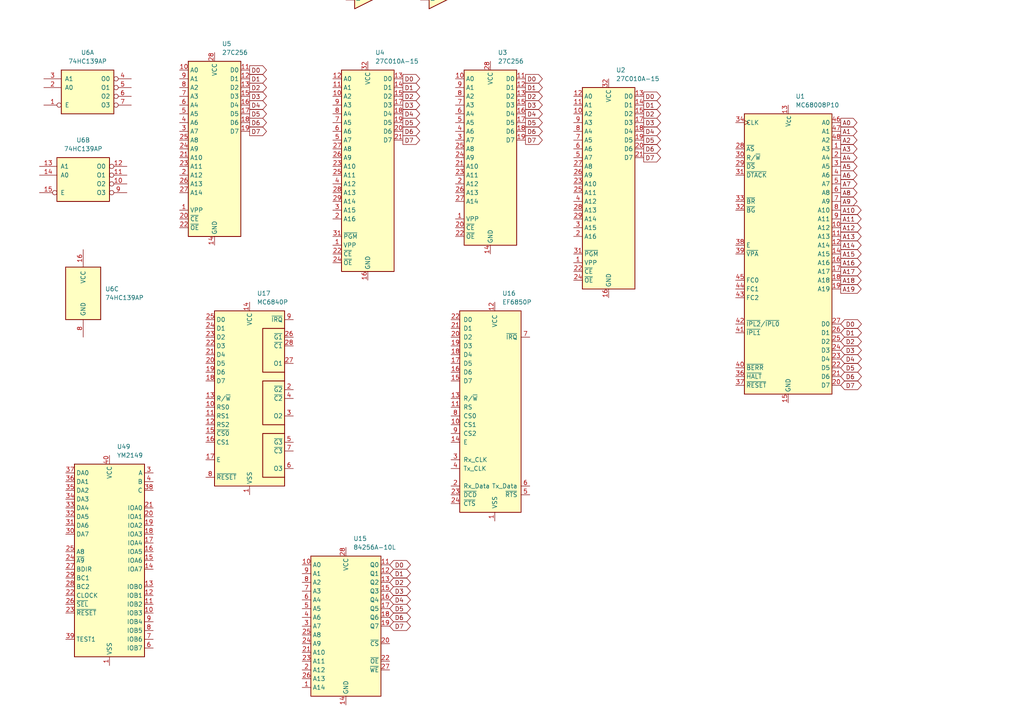
<source format=kicad_sch>
(kicad_sch (version 20250114) (generator "eeschema") (generator_version "9.0")
  (paper "A4")
  (lib_symbols
    (symbol "4xxx:4538"
      (property "Reference" "U" (at 0 11.43 0))
      (property "Value" "4538" (at 0 -11.43 0))
      (symbol "4538_1_0"
        (pin input clock (at -12.7 2.54 0) (length 5.08) (name "Clk+") (number "4"))
        (pin input inverted_clock (at -12.7 -2.54 0) (length 5.08) (name "Clk-") (number "5"))
        (pin input inverted (at -12.7 -7.62 0) (length 5.08) (name "R") (number "3"))
        (pin input line (at -5.08 15.24 270) (length 5.08) (name "Cx") (number "1"))
        (pin input line (at 5.08 15.24 270) (length 5.08) (name "RxCx") (number "2"))
        (pin output line (at 12.7 2.54 180) (length 5.08) (name "Q") (number "6"))
        (pin output line (at 12.7 -2.54 180) (length 5.08) (name "~{Q}") (number "7"))
      )
      (symbol "4538_1_1"
        (rectangle (start -7.62 10.16) (end 7.62 -10.16) (stroke (width 0.254)) (fill (type background)))
      )
      (symbol "4538_2_0"
        (pin input clock (at -12.7 2.54 0) (length 5.08) (name "Clk+") (number "12"))
        (pin input inverted_clock (at -12.7 -2.54 0) (length 5.08) (name "Clk-") (number "11"))
        (pin input inverted (at -12.7 -7.62 0) (length 5.08) (name "R") (number "13"))
        (pin input line (at -5.08 15.24 270) (length 5.08) (name "Cx") (number "15"))
        (pin input line (at 5.08 15.24 270) (length 5.08) (name "RxCx") (number "14"))
        (pin output line (at 12.7 2.54 180) (length 5.08) (name "Q") (number "10"))
        (pin output line (at 12.7 -2.54 180) (length 5.08) (name "~{Q}") (number "9"))
      )
      (symbol "4538_2_1"
        (rectangle (start -7.62 10.16) (end 7.62 -10.16) (stroke (width 0.254)) (fill (type background)))
      )
      (symbol "4538_3_0"
        (pin power_in line (at 0 15.24 270) (length 5.08) (name "VDD") (number "16"))
        (pin power_in line (at 0 -15.24 90) (length 5.08) (name "VSS") (number "8"))
      )
      (symbol "4538_3_1"
        (rectangle (start -7.62 10.16) (end 7.62 -10.16) (stroke (width 0.254)) (fill (type background)))
      )
    )
    (symbol "74xx:74HC02" (pin_names (offset 1.016))
      (property "Reference" "U" (at 0 1.27 0))
      (property "Value" "74HC02" (at 0 -1.27 0))
      (symbol "74HC02_1_1"
        (arc (start -3.81 3.81) (mid -2.589 0) (end -3.81 -3.81) (stroke (width 0.254)))
        (polyline (pts (xy -3.81 3.81) (xy -0.635 3.81)) (stroke (width 0.254)) (fill (type background)))
        (polyline (pts (xy -3.81 -3.81) (xy -0.635 -3.81)) (stroke (width 0.254)) (fill (type background)))
        (arc (start 3.81 0) (mid 2.1855 -2.584) (end -0.6096 -3.81) (stroke (width 0.254)) (fill (type background)))
        (arc (start -0.6096 3.81) (mid 2.1928 2.5924) (end 3.81 0) (stroke (width 0.254)) (fill (type background)))
        (polyline (pts (xy -0.635 3.81) (xy -3.81 3.81) (xy -3.81 3.81) (xy -3.556 3.4036) (xy -3.0226 2.2606) (xy -2.6924 1.0414) (xy -2.6162 -0.254) (xy -2.7686 -1.4986) (xy -3.175 -2.7178) (xy -3.81 -3.81) (xy -3.81 -3.81) (xy -0.635 -3.81)) (stroke (width -25.4)) (fill (type background)))
        (pin input line (at -7.62 2.54 0) (length 4.318) (name "~") (number "2"))
        (pin input line (at -7.62 -2.54 0) (length 4.318) (name "~") (number "3"))
        (pin output inverted (at 7.62 0 180) (length 3.81) (name "~") (number "1"))
      )
      (symbol "74HC02_1_2"
        (arc (start 0 3.81) (mid 3.7934 0) (end 0 -3.81) (stroke (width 0.254)) (fill (type background)))
        (polyline (pts (xy 0 3.81) (xy -3.81 3.81) (xy -3.81 -3.81) (xy 0 -3.81)) (stroke (width 0.254)) (fill (type background)))
        (pin input inverted (at -7.62 2.54 0) (length 3.81) (name "~") (number "2"))
        (pin input inverted (at -7.62 -2.54 0) (length 3.81) (name "~") (number "3"))
        (pin output line (at 7.62 0 180) (length 3.81) (name "~") (number "1"))
      )
      (symbol "74HC02_2_1"
        (arc (start -3.81 3.81) (mid -2.589 0) (end -3.81 -3.81) (stroke (width 0.254)))
        (polyline (pts (xy -3.81 3.81) (xy -0.635 3.81)) (stroke (width 0.254)) (fill (type background)))
        (polyline (pts (xy -3.81 -3.81) (xy -0.635 -3.81)) (stroke (width 0.254)) (fill (type background)))
        (arc (start 3.81 0) (mid 2.1855 -2.584) (end -0.6096 -3.81) (stroke (width 0.254)) (fill (type background)))
        (arc (start -0.6096 3.81) (mid 2.1928 2.5924) (end 3.81 0) (stroke (width 0.254)) (fill (type background)))
        (polyline (pts (xy -0.635 3.81) (xy -3.81 3.81) (xy -3.81 3.81) (xy -3.556 3.4036) (xy -3.0226 2.2606) (xy -2.6924 1.0414) (xy -2.6162 -0.254) (xy -2.7686 -1.4986) (xy -3.175 -2.7178) (xy -3.81 -3.81) (xy -3.81 -3.81) (xy -0.635 -3.81)) (stroke (width -25.4)) (fill (type background)))
        (pin input line (at -7.62 2.54 0) (length 4.318) (name "~") (number "5"))
        (pin input line (at -7.62 -2.54 0) (length 4.318) (name "~") (number "6"))
        (pin output inverted (at 7.62 0 180) (length 3.81) (name "~") (number "4"))
      )
      (symbol "74HC02_2_2"
        (arc (start 0 3.81) (mid 3.7934 0) (end 0 -3.81) (stroke (width 0.254)) (fill (type background)))
        (polyline (pts (xy 0 3.81) (xy -3.81 3.81) (xy -3.81 -3.81) (xy 0 -3.81)) (stroke (width 0.254)) (fill (type background)))
        (pin input inverted (at -7.62 2.54 0) (length 3.81) (name "~") (number "5"))
        (pin input inverted (at -7.62 -2.54 0) (length 3.81) (name "~") (number "6"))
        (pin output line (at 7.62 0 180) (length 3.81) (name "~") (number "4"))
      )
      (symbol "74HC02_3_1"
        (arc (start -3.81 3.81) (mid -2.589 0) (end -3.81 -3.81) (stroke (width 0.254)))
        (polyline (pts (xy -3.81 3.81) (xy -0.635 3.81)) (stroke (width 0.254)) (fill (type background)))
        (polyline (pts (xy -3.81 -3.81) (xy -0.635 -3.81)) (stroke (width 0.254)) (fill (type background)))
        (arc (start 3.81 0) (mid 2.1855 -2.584) (end -0.6096 -3.81) (stroke (width 0.254)) (fill (type background)))
        (arc (start -0.6096 3.81) (mid 2.1928 2.5924) (end 3.81 0) (stroke (width 0.254)) (fill (type background)))
        (polyline (pts (xy -0.635 3.81) (xy -3.81 3.81) (xy -3.81 3.81) (xy -3.556 3.4036) (xy -3.0226 2.2606) (xy -2.6924 1.0414) (xy -2.6162 -0.254) (xy -2.7686 -1.4986) (xy -3.175 -2.7178) (xy -3.81 -3.81) (xy -3.81 -3.81) (xy -0.635 -3.81)) (stroke (width -25.4)) (fill (type background)))
        (pin input line (at -7.62 2.54 0) (length 4.318) (name "~") (number "8"))
        (pin input line (at -7.62 -2.54 0) (length 4.318) (name "~") (number "9"))
        (pin output inverted (at 7.62 0 180) (length 3.81) (name "~") (number "10"))
      )
      (symbol "74HC02_3_2"
        (arc (start 0 3.81) (mid 3.7934 0) (end 0 -3.81) (stroke (width 0.254)) (fill (type background)))
        (polyline (pts (xy 0 3.81) (xy -3.81 3.81) (xy -3.81 -3.81) (xy 0 -3.81)) (stroke (width 0.254)) (fill (type background)))
        (pin input inverted (at -7.62 2.54 0) (length 3.81) (name "~") (number "8"))
        (pin input inverted (at -7.62 -2.54 0) (length 3.81) (name "~") (number "9"))
        (pin output line (at 7.62 0 180) (length 3.81) (name "~") (number "10"))
      )
      (symbol "74HC02_4_1"
        (arc (start -3.81 3.81) (mid -2.589 0) (end -3.81 -3.81) (stroke (width 0.254)))
        (polyline (pts (xy -3.81 3.81) (xy -0.635 3.81)) (stroke (width 0.254)) (fill (type background)))
        (polyline (pts (xy -3.81 -3.81) (xy -0.635 -3.81)) (stroke (width 0.254)) (fill (type background)))
        (arc (start 3.81 0) (mid 2.1855 -2.584) (end -0.6096 -3.81) (stroke (width 0.254)) (fill (type background)))
        (arc (start -0.6096 3.81) (mid 2.1928 2.5924) (end 3.81 0) (stroke (width 0.254)) (fill (type background)))
        (polyline (pts (xy -0.635 3.81) (xy -3.81 3.81) (xy -3.81 3.81) (xy -3.556 3.4036) (xy -3.0226 2.2606) (xy -2.6924 1.0414) (xy -2.6162 -0.254) (xy -2.7686 -1.4986) (xy -3.175 -2.7178) (xy -3.81 -3.81) (xy -3.81 -3.81) (xy -0.635 -3.81)) (stroke (width -25.4)) (fill (type background)))
        (pin input line (at -7.62 2.54 0) (length 4.318) (name "~") (number "11"))
        (pin input line (at -7.62 -2.54 0) (length 4.318) (name "~") (number "12"))
        (pin output inverted (at 7.62 0 180) (length 3.81) (name "~") (number "13"))
      )
      (symbol "74HC02_4_2"
        (arc (start 0 3.81) (mid 3.7934 0) (end 0 -3.81) (stroke (width 0.254)) (fill (type background)))
        (polyline (pts (xy 0 3.81) (xy -3.81 3.81) (xy -3.81 -3.81) (xy 0 -3.81)) (stroke (width 0.254)) (fill (type background)))
        (pin input inverted (at -7.62 2.54 0) (length 3.81) (name "~") (number "11"))
        (pin input inverted (at -7.62 -2.54 0) (length 3.81) (name "~") (number "12"))
        (pin output line (at 7.62 0 180) (length 3.81) (name "~") (number "13"))
      )
      (symbol "74HC02_5_0"
        (pin power_in line (at 0 12.7 270) (length 5.08) (name "VCC") (number "14"))
        (pin power_in line (at 0 -12.7 90) (length 5.08) (name "GND") (number "7"))
      )
      (symbol "74HC02_5_1"
        (rectangle (start -5.08 7.62) (end 5.08 -7.62) (stroke (width 0.254)) (fill (type background)))
      )
    )
    (symbol "74xx:74LS139" (pin_names (offset 1.016))
      (property "Reference" "U" (at -7.62 8.89 0))
      (property "Value" "74LS139" (at -7.62 -8.89 0))
      (symbol "74LS139_1_0"
        (pin input line (at -12.7 2.54 0) (length 5.08) (name "A1") (number "3"))
        (pin input line (at -12.7 0 0) (length 5.08) (name "A0") (number "2"))
        (pin input inverted (at -12.7 -5.08 0) (length 5.08) (name "E") (number "1"))
        (pin output inverted (at 12.7 2.54 180) (length 5.08) (name "O0") (number "4"))
        (pin output inverted (at 12.7 0 180) (length 5.08) (name "O1") (number "5"))
        (pin output inverted (at 12.7 -2.54 180) (length 5.08) (name "O2") (number "6"))
        (pin output inverted (at 12.7 -5.08 180) (length 5.08) (name "O3") (number "7"))
      )
      (symbol "74LS139_1_1"
        (rectangle (start -7.62 5.08) (end 7.62 -7.62) (stroke (width 0.254)) (fill (type background)))
      )
      (symbol "74LS139_2_0"
        (pin input line (at -12.7 2.54 0) (length 5.08) (name "A1") (number "13"))
        (pin input line (at -12.7 0 0) (length 5.08) (name "A0") (number "14"))
        (pin input inverted (at -12.7 -5.08 0) (length 5.08) (name "E") (number "15"))
        (pin output inverted (at 12.7 2.54 180) (length 5.08) (name "O0") (number "12"))
        (pin output inverted (at 12.7 0 180) (length 5.08) (name "O1") (number "11"))
        (pin output inverted (at 12.7 -2.54 180) (length 5.08) (name "O2") (number "10"))
        (pin output inverted (at 12.7 -5.08 180) (length 5.08) (name "O3") (number "9"))
      )
      (symbol "74LS139_2_1"
        (rectangle (start -7.62 5.08) (end 7.62 -7.62) (stroke (width 0.254)) (fill (type background)))
      )
      (symbol "74LS139_3_0"
        (pin power_in line (at 0 12.7 270) (length 5.08) (name "VCC") (number "16"))
        (pin power_in line (at 0 -12.7 90) (length 5.08) (name "GND") (number "8"))
      )
      (symbol "74LS139_3_1"
        (rectangle (start -5.08 7.62) (end 5.08 -7.62) (stroke (width 0.254)) (fill (type background)))
      )
    )
    (symbol "Audio:YM2149"
      (property "Reference" "U" (at -10.16 29.21 0))
      (property "Value" "YM2149" (at 3.81 29.21 0))
      (symbol "YM2149_0_1"
        (rectangle (start -10.16 27.94) (end 10.16 -27.94) (stroke (width 0.254)) (fill (type background)))
      )
      (symbol "YM2149_1_1"
        (pin bidirectional line (at -12.7 25.4 0) (length 2.54) (name "DA0") (number "37"))
        (pin bidirectional line (at -12.7 22.86 0) (length 2.54) (name "DA1") (number "36"))
        (pin bidirectional line (at -12.7 20.32 0) (length 2.54) (name "DA2") (number "35"))
        (pin bidirectional line (at -12.7 17.78 0) (length 2.54) (name "DA3") (number "34"))
        (pin bidirectional line (at -12.7 15.24 0) (length 2.54) (name "DA4") (number "33"))
        (pin bidirectional line (at -12.7 12.7 0) (length 2.54) (name "DA5") (number "32"))
        (pin bidirectional line (at -12.7 10.16 0) (length 2.54) (name "DA6") (number "31"))
        (pin bidirectional line (at -12.7 7.62 0) (length 2.54) (name "DA7") (number "30"))
        (pin input line (at -12.7 2.54 0) (length 2.54) (name "A8") (number "25"))
        (pin input line (at -12.7 0 0) (length 2.54) (name "~{A9}") (number "24"))
        (pin input line (at -12.7 -2.54 0) (length 2.54) (name "BDIR") (number "27"))
        (pin input line (at -12.7 -5.08 0) (length 2.54) (name "BC1") (number "29"))
        (pin input line (at -12.7 -7.62 0) (length 2.54) (name "BC2") (number "28"))
        (pin input line (at -12.7 -10.16 0) (length 2.54) (name "CLOCK") (number "22"))
        (pin input line (at -12.7 -12.7 0) (length 2.54) (name "~{SEL}") (number "26"))
        (pin input line (at -12.7 -15.24 0) (length 2.54) (name "~{RESET}") (number "23"))
        (pin passive line (at -12.7 -22.86 0) (length 2.54) (name "TEST1") (number "39"))
        (pin no_connect line (at -10.16 -17.78 0) (length 2.54) (hide yes) (name "NC") (number "2"))
        (pin no_connect line (at -10.16 -20.32 0) (length 2.54) (hide yes) (name "NC") (number "5"))
        (pin power_in line (at 0 30.48 270) (length 2.54) (name "VCC") (number "40"))
        (pin power_in line (at 0 -30.48 90) (length 2.54) (name "VSS") (number "1"))
        (pin output line (at 12.7 25.4 180) (length 2.54) (name "A") (number "3"))
        (pin output line (at 12.7 22.86 180) (length 2.54) (name "B") (number "4"))
        (pin output line (at 12.7 20.32 180) (length 2.54) (name "C") (number "38"))
        (pin bidirectional line (at 12.7 15.24 180) (length 2.54) (name "IOA0") (number "21"))
        (pin bidirectional line (at 12.7 12.7 180) (length 2.54) (name "IOA1") (number "20"))
        (pin bidirectional line (at 12.7 10.16 180) (length 2.54) (name "IOA2") (number "19"))
        (pin bidirectional line (at 12.7 7.62 180) (length 2.54) (name "IOA3") (number "18"))
        (pin bidirectional line (at 12.7 5.08 180) (length 2.54) (name "IOA4") (number "17"))
        (pin bidirectional line (at 12.7 2.54 180) (length 2.54) (name "IOA5") (number "16"))
        (pin bidirectional line (at 12.7 0 180) (length 2.54) (name "IOA6") (number "15"))
        (pin bidirectional line (at 12.7 -2.54 180) (length 2.54) (name "IOA7") (number "14"))
        (pin bidirectional line (at 12.7 -7.62 180) (length 2.54) (name "IOB0") (number "13"))
        (pin bidirectional line (at 12.7 -10.16 180) (length 2.54) (name "IOB1") (number "12"))
        (pin bidirectional line (at 12.7 -12.7 180) (length 2.54) (name "IOB2") (number "11"))
        (pin bidirectional line (at 12.7 -15.24 180) (length 2.54) (name "IOB3") (number "10"))
        (pin bidirectional line (at 12.7 -17.78 180) (length 2.54) (name "IOB4") (number "9"))
        (pin bidirectional line (at 12.7 -20.32 180) (length 2.54) (name "IOB5") (number "8"))
        (pin bidirectional line (at 12.7 -22.86 180) (length 2.54) (name "IOB6") (number "7"))
        (pin bidirectional line (at 12.7 -25.4 180) (length 2.54) (name "IOB7") (number "6"))
      )
    )
    (symbol "CPU_NXP_68000:MC68008P"
      (property "Reference" "U" (at -11.684 42.164 0))
      (property "Value" "MC68008P" (at 8.636 42.164 0))
      (symbol "MC68008P_0_1"
        (rectangle (start -12.7 40.64) (end 12.7 -40.64) (stroke (width 0.254)) (fill (type background)))
      )
      (symbol "MC68008P_1_1"
        (pin input clock (at -15.24 38.1 0) (length 2.54) (name "CLK") (number "34"))
        (pin tri_state line (at -15.24 30.48 0) (length 2.54) (name "~{AS}") (number "28"))
        (pin tri_state line (at -15.24 27.94 0) (length 2.54) (name "R/~{W}") (number "30"))
        (pin tri_state line (at -15.24 25.4 0) (length 2.54) (name "~{DS}") (number "29"))
        (pin input line (at -15.24 22.86 0) (length 2.54) (name "~{DTACK}") (number "31"))
        (pin input line (at -15.24 15.24 0) (length 2.54) (name "~{BR}") (number "33"))
        (pin output line (at -15.24 12.7 0) (length 2.54) (name "~{BG}") (number "32"))
        (pin output line (at -15.24 2.54 0) (length 2.54) (name "E") (number "38"))
        (pin input line (at -15.24 0 0) (length 2.54) (name "~{VPA}") (number "39"))
        (pin tri_state line (at -15.24 -7.62 0) (length 2.54) (name "FC0") (number "45"))
        (pin tri_state line (at -15.24 -10.16 0) (length 2.54) (name "FC1") (number "44"))
        (pin tri_state line (at -15.24 -12.7 0) (length 2.54) (name "FC2") (number "43"))
        (pin input line (at -15.24 -20.32 0) (length 2.54) (name "~{IPL2}/~{IPL0}") (number "42"))
        (pin input line (at -15.24 -22.86 0) (length 2.54) (name "~{IPL1}") (number "41"))
        (pin input line (at -15.24 -33.02 0) (length 2.54) (name "~{BERR}") (number "40"))
        (pin bidirectional line (at -15.24 -35.56 0) (length 2.54) (name "~{HALT}") (number "36"))
        (pin bidirectional line (at -15.24 -38.1 0) (length 2.54) (name "~{RESET}") (number "37"))
        (pin power_in line (at 0 43.18 270) (length 2.54) (name "V_{CC}") (number "13"))
        (pin power_in line (at 0 -43.18 90) (length 2.54) (name "GND") (number "15"))
        (pin passive line (at 0 -43.18 90) (length 2.54) (hide yes) (name "GND") (number "35"))
        (pin tri_state line (at 15.24 38.1 180) (length 2.54) (name "A0") (number "46"))
        (pin tri_state line (at 15.24 35.56 180) (length 2.54) (name "A1") (number "47"))
        (pin tri_state line (at 15.24 33.02 180) (length 2.54) (name "A2") (number "48"))
        (pin tri_state line (at 15.24 30.48 180) (length 2.54) (name "A3") (number "1"))
        (pin tri_state line (at 15.24 27.94 180) (length 2.54) (name "A4") (number "2"))
        (pin tri_state line (at 15.24 25.4 180) (length 2.54) (name "A5") (number "3"))
        (pin tri_state line (at 15.24 22.86 180) (length 2.54) (name "A6") (number "4"))
        (pin tri_state line (at 15.24 20.32 180) (length 2.54) (name "A7") (number "5"))
        (pin tri_state line (at 15.24 17.78 180) (length 2.54) (name "A8") (number "6"))
        (pin tri_state line (at 15.24 15.24 180) (length 2.54) (name "A9") (number "7"))
        (pin tri_state line (at 15.24 12.7 180) (length 2.54) (name "A10") (number "8"))
        (pin tri_state line (at 15.24 10.16 180) (length 2.54) (name "A11") (number "9"))
        (pin tri_state line (at 15.24 7.62 180) (length 2.54) (name "A12") (number "10"))
        (pin tri_state line (at 15.24 5.08 180) (length 2.54) (name "A13") (number "11"))
        (pin tri_state line (at 15.24 2.54 180) (length 2.54) (name "A14") (number "12"))
        (pin tri_state line (at 15.24 0 180) (length 2.54) (name "A15") (number "14"))
        (pin tri_state line (at 15.24 -2.54 180) (length 2.54) (name "A16") (number "16"))
        (pin tri_state line (at 15.24 -5.08 180) (length 2.54) (name "A17") (number "17"))
        (pin tri_state line (at 15.24 -7.62 180) (length 2.54) (name "A18") (number "18"))
        (pin tri_state line (at 15.24 -10.16 180) (length 2.54) (name "A19") (number "19"))
        (pin bidirectional line (at 15.24 -20.32 180) (length 2.54) (name "D0") (number "27"))
        (pin bidirectional line (at 15.24 -22.86 180) (length 2.54) (name "D1") (number "26"))
        (pin bidirectional line (at 15.24 -25.4 180) (length 2.54) (name "D2") (number "25"))
        (pin bidirectional line (at 15.24 -27.94 180) (length 2.54) (name "D3") (number "24"))
        (pin bidirectional line (at 15.24 -30.48 180) (length 2.54) (name "D4") (number "23"))
        (pin bidirectional line (at 15.24 -33.02 180) (length 2.54) (name "D5") (number "22"))
        (pin bidirectional line (at 15.24 -35.56 180) (length 2.54) (name "D6") (number "21"))
        (pin bidirectional line (at 15.24 -38.1 180) (length 2.54) (name "D7") (number "20"))
      )
    )
    (symbol "Comparator:LM339" (pin_names (offset 0.127))
      (property "Reference" "U" (at 0 5.08 0))
      (property "Value" "LM339" (at 0 -5.08 0))
      (symbol "LM339_1_1"
        (polyline (pts (xy -5.08 5.08) (xy 5.08 0) (xy -5.08 -5.08) (xy -5.08 5.08)) (stroke (width 0.254)) (fill (type background)))
        (polyline (pts (xy 3.302 -0.508) (xy 2.794 -0.508) (xy 3.302 0) (xy 2.794 0.508) (xy 2.286 0) (xy 2.794 -0.508) (xy 2.286 -0.508)) (stroke (width 0.127)))
        (pin input line (at -7.62 2.54 0) (length 2.54) (name "+") (number "5"))
        (pin input line (at -7.62 -2.54 0) (length 2.54) (name "-") (number "4"))
        (pin open_collector line (at 7.62 0 180) (length 2.54) (name "~") (number "2"))
      )
      (symbol "LM339_2_1"
        (polyline (pts (xy -5.08 5.08) (xy 5.08 0) (xy -5.08 -5.08) (xy -5.08 5.08)) (stroke (width 0.254)) (fill (type background)))
        (polyline (pts (xy 3.302 -0.508) (xy 2.794 -0.508) (xy 3.302 0) (xy 2.794 0.508) (xy 2.286 0) (xy 2.794 -0.508) (xy 2.286 -0.508)) (stroke (width 0.127)))
        (pin input line (at -7.62 2.54 0) (length 2.54) (name "+") (number "7"))
        (pin input line (at -7.62 -2.54 0) (length 2.54) (name "-") (number "6"))
        (pin open_collector line (at 7.62 0 180) (length 2.54) (name "~") (number "1"))
      )
      (symbol "LM339_3_1"
        (polyline (pts (xy -5.08 5.08) (xy 5.08 0) (xy -5.08 -5.08) (xy -5.08 5.08)) (stroke (width 0.254)) (fill (type background)))
        (polyline (pts (xy 3.302 -0.508) (xy 2.794 -0.508) (xy 3.302 0) (xy 2.794 0.508) (xy 2.286 0) (xy 2.794 -0.508) (xy 2.286 -0.508)) (stroke (width 0.127)))
        (pin input line (at -7.62 2.54 0) (length 2.54) (name "+") (number "11"))
        (pin input line (at -7.62 -2.54 0) (length 2.54) (name "-") (number "10"))
        (pin open_collector line (at 7.62 0 180) (length 2.54) (name "~") (number "13"))
      )
      (symbol "LM339_4_1"
        (polyline (pts (xy -5.08 5.08) (xy 5.08 0) (xy -5.08 -5.08) (xy -5.08 5.08)) (stroke (width 0.254)) (fill (type background)))
        (polyline (pts (xy 3.302 -0.508) (xy 2.794 -0.508) (xy 3.302 0) (xy 2.794 0.508) (xy 2.286 0) (xy 2.794 -0.508) (xy 2.286 -0.508)) (stroke (width 0.127)))
        (pin input line (at -7.62 2.54 0) (length 2.54) (name "+") (number "9"))
        (pin input line (at -7.62 -2.54 0) (length 2.54) (name "-") (number "8"))
        (pin open_collector line (at 7.62 0 180) (length 2.54) (name "~") (number "14"))
      )
      (symbol "LM339_5_1"
        (pin power_in line (at -2.54 7.62 270) (length 3.81) (name "V+") (number "3"))
        (pin power_in line (at -2.54 -7.62 90) (length 3.81) (name "V-") (number "12"))
      )
    )
    (symbol "Interface:MC6840"
      (property "Reference" "U" (at -2.54 28.575 0))
      (property "Value" "MC6840" (at -2.54 26.67 0))
      (symbol "MC6840_0_1"
        (rectangle (start -10.16 25.4) (end 10.16 -25.4) (stroke (width 0.254)) (fill (type background)))
        (polyline (pts (xy 10.16 20.32) (xy 3.81 20.32) (xy 3.81 7.62) (xy 10.16 7.62)) (stroke (width 0.254)))
        (polyline (pts (xy 10.16 5.08) (xy 3.81 5.08) (xy 3.81 -7.62) (xy 10.16 -7.62)) (stroke (width 0.254)))
        (polyline (pts (xy 10.16 -10.16) (xy 3.81 -10.16) (xy 3.81 -22.86) (xy 10.16 -22.86)) (stroke (width 0.254)))
      )
      (symbol "MC6840_1_1"
        (pin input line (at -12.7 22.86 0) (length 2.54) (name "D0") (number "25"))
        (pin input line (at -12.7 20.32 0) (length 2.54) (name "D1") (number "24"))
        (pin input line (at -12.7 17.78 0) (length 2.54) (name "D2") (number "23"))
        (pin input line (at -12.7 15.24 0) (length 2.54) (name "D3") (number "22"))
        (pin input line (at -12.7 12.7 0) (length 2.54) (name "D4") (number "21"))
        (pin input line (at -12.7 10.16 0) (length 2.54) (name "D5") (number "20"))
        (pin input line (at -12.7 7.62 0) (length 2.54) (name "D6") (number "19"))
        (pin input line (at -12.7 5.08 0) (length 2.54) (name "D7") (number "18"))
        (pin input line (at -12.7 0 0) (length 2.54) (name "R/~{W}") (number "13"))
        (pin input line (at -12.7 -2.54 0) (length 2.54) (name "RS0") (number "10"))
        (pin input line (at -12.7 -5.08 0) (length 2.54) (name "RS1") (number "11"))
        (pin input line (at -12.7 -7.62 0) (length 2.54) (name "RS2") (number "12"))
        (pin input line (at -12.7 -10.16 0) (length 2.54) (name "~{CS0}") (number "15"))
        (pin input line (at -12.7 -12.7 0) (length 2.54) (name "CS1") (number "16"))
        (pin input line (at -12.7 -17.78 0) (length 2.54) (name "E") (number "17"))
        (pin input line (at -12.7 -22.86 0) (length 2.54) (name "~{RESET}") (number "8"))
        (pin power_in line (at 0 27.94 270) (length 2.54) (name "VCC") (number "14"))
        (pin power_in line (at 0 -27.94 90) (length 2.54) (name "VSS") (number "1"))
        (pin output line (at 12.7 22.86 180) (length 2.54) (name "~{IRQ}") (number "9"))
        (pin input line (at 12.7 17.78 180) (length 2.54) (name "~{G1}") (number "26"))
        (pin input line (at 12.7 15.24 180) (length 2.54) (name "~{C1}") (number "28"))
        (pin output line (at 12.7 10.16 180) (length 2.54) (name "O1") (number "27"))
        (pin input line (at 12.7 2.54 180) (length 2.54) (name "~{G2}") (number "2"))
        (pin input line (at 12.7 0 180) (length 2.54) (name "~{C2}") (number "4"))
        (pin output line (at 12.7 -5.08 180) (length 2.54) (name "O2") (number "3"))
        (pin input line (at 12.7 -12.7 180) (length 2.54) (name "~{G3}") (number "5"))
        (pin input line (at 12.7 -15.24 180) (length 2.54) (name "~{C3}") (number "7"))
        (pin output line (at 12.7 -20.32 180) (length 2.54) (name "O3") (number "6"))
      )
    )
    (symbol "Interface_UART:MC6850" (pin_names (offset 1.016))
      (property "Reference" "U" (at -7.366 31.75 0))
      (property "Value" "MC6850" (at 10.414 31.75 0))
      (symbol "MC6850_1_1"
        (rectangle (start -10.16 -27.94) (end 7.62 30.48) (stroke (width 0.254)) (fill (type background)))
        (pin bidirectional line (at -12.7 27.94 0) (length 2.54) (name "D0") (number "22"))
        (pin bidirectional line (at -12.7 25.4 0) (length 2.54) (name "D1") (number "21"))
        (pin bidirectional line (at -12.7 22.86 0) (length 2.54) (name "D2") (number "20"))
        (pin bidirectional line (at -12.7 20.32 0) (length 2.54) (name "D3") (number "19"))
        (pin bidirectional line (at -12.7 17.78 0) (length 2.54) (name "D4") (number "18"))
        (pin bidirectional line (at -12.7 15.24 0) (length 2.54) (name "D5") (number "17"))
        (pin bidirectional line (at -12.7 12.7 0) (length 2.54) (name "D6") (number "16"))
        (pin bidirectional line (at -12.7 10.16 0) (length 2.54) (name "D7") (number "15"))
        (pin input line (at -12.7 5.08 0) (length 2.54) (name "R/~{W}") (number "13"))
        (pin input line (at -12.7 2.54 0) (length 2.54) (name "RS") (number "11"))
        (pin input line (at -12.7 0 0) (length 2.54) (name "CS0") (number "8"))
        (pin input line (at -12.7 -2.54 0) (length 2.54) (name "CS1") (number "10"))
        (pin input line (at -12.7 -5.08 0) (length 2.54) (name "CS2") (number "9"))
        (pin input line (at -12.7 -7.62 0) (length 2.54) (name "E") (number "14"))
        (pin input line (at -12.7 -12.7 0) (length 2.54) (name "Rx_CLK") (number "3"))
        (pin input line (at -12.7 -15.24 0) (length 2.54) (name "Tx_CLK") (number "4"))
        (pin input line (at -12.7 -20.32 0) (length 2.54) (name "Rx_Data") (number "2"))
        (pin input line (at -12.7 -22.86 0) (length 2.54) (name "~{DCD}") (number "23"))
        (pin input line (at -12.7 -25.4 0) (length 2.54) (name "~{CTS}") (number "24"))
        (pin power_in line (at 0 33.02 270) (length 2.54) (name "VCC") (number "12"))
        (pin power_in line (at 0 -30.48 90) (length 2.54) (name "VSS") (number "1"))
        (pin output line (at 10.16 22.86 180) (length 2.54) (name "~{IRQ}") (number "7"))
        (pin output line (at 10.16 -20.32 180) (length 2.54) (name "Tx_Data") (number "6"))
        (pin output line (at 10.16 -22.86 180) (length 2.54) (name "~{RTS}") (number "5"))
      )
    )
    (symbol "Memory_EPROM:27C010"
      (property "Reference" "U" (at -7.62 29.21 0))
      (property "Value" "27C010" (at 2.54 -31.75 0))
      (symbol "27C010_1_1"
        (rectangle (start -7.62 27.94) (end 7.62 -30.48) (stroke (width 0.254)) (fill (type background)))
        (pin input line (at -10.16 25.4 0) (length 2.54) (name "A0") (number "12"))
        (pin input line (at -10.16 22.86 0) (length 2.54) (name "A1") (number "11"))
        (pin input line (at -10.16 20.32 0) (length 2.54) (name "A2") (number "10"))
        (pin input line (at -10.16 17.78 0) (length 2.54) (name "A3") (number "9"))
        (pin input line (at -10.16 15.24 0) (length 2.54) (name "A4") (number "8"))
        (pin input line (at -10.16 12.7 0) (length 2.54) (name "A5") (number "7"))
        (pin input line (at -10.16 10.16 0) (length 2.54) (name "A6") (number "6"))
        (pin input line (at -10.16 7.62 0) (length 2.54) (name "A7") (number "5"))
        (pin input line (at -10.16 5.08 0) (length 2.54) (name "A8") (number "27"))
        (pin input line (at -10.16 2.54 0) (length 2.54) (name "A9") (number "26"))
        (pin input line (at -10.16 0 0) (length 2.54) (name "A10") (number "23"))
        (pin input line (at -10.16 -2.54 0) (length 2.54) (name "A11") (number "25"))
        (pin input line (at -10.16 -5.08 0) (length 2.54) (name "A12") (number "4"))
        (pin input line (at -10.16 -7.62 0) (length 2.54) (name "A13") (number "28"))
        (pin input line (at -10.16 -10.16 0) (length 2.54) (name "A14") (number "29"))
        (pin input line (at -10.16 -12.7 0) (length 2.54) (name "A15") (number "3"))
        (pin input line (at -10.16 -15.24 0) (length 2.54) (name "A16") (number "2"))
        (pin input line (at -10.16 -20.32 0) (length 2.54) (name "~{PGM}") (number "31"))
        (pin input line (at -10.16 -22.86 0) (length 2.54) (name "VPP") (number "1"))
        (pin input line (at -10.16 -25.4 0) (length 2.54) (name "~{CE}") (number "22"))
        (pin input line (at -10.16 -27.94 0) (length 2.54) (name "~{OE}") (number "24"))
        (pin power_in line (at 0 30.48 270) (length 2.54) (name "VCC") (number "32"))
        (pin power_in line (at 0 -33.02 90) (length 2.54) (name "GND") (number "16"))
        (pin tri_state line (at 10.16 25.4 180) (length 2.54) (name "D0") (number "13"))
        (pin tri_state line (at 10.16 22.86 180) (length 2.54) (name "D1") (number "14"))
        (pin tri_state line (at 10.16 20.32 180) (length 2.54) (name "D2") (number "15"))
        (pin tri_state line (at 10.16 17.78 180) (length 2.54) (name "D3") (number "17"))
        (pin tri_state line (at 10.16 15.24 180) (length 2.54) (name "D4") (number "18"))
        (pin tri_state line (at 10.16 12.7 180) (length 2.54) (name "D5") (number "19"))
        (pin tri_state line (at 10.16 10.16 180) (length 2.54) (name "D6") (number "20"))
        (pin tri_state line (at 10.16 7.62 180) (length 2.54) (name "D7") (number "21"))
      )
    )
    (symbol "Memory_EPROM:27C256"
      (property "Reference" "U" (at -7.62 26.67 0))
      (property "Value" "27C256" (at 2.54 -26.67 0))
      (symbol "27C256_1_1"
        (rectangle (start -7.62 25.4) (end 7.62 -25.4) (stroke (width 0.254)) (fill (type background)))
        (pin input line (at -10.16 22.86 0) (length 2.54) (name "A0") (number "10"))
        (pin input line (at -10.16 20.32 0) (length 2.54) (name "A1") (number "9"))
        (pin input line (at -10.16 17.78 0) (length 2.54) (name "A2") (number "8"))
        (pin input line (at -10.16 15.24 0) (length 2.54) (name "A3") (number "7"))
        (pin input line (at -10.16 12.7 0) (length 2.54) (name "A4") (number "6"))
        (pin input line (at -10.16 10.16 0) (length 2.54) (name "A5") (number "5"))
        (pin input line (at -10.16 7.62 0) (length 2.54) (name "A6") (number "4"))
        (pin input line (at -10.16 5.08 0) (length 2.54) (name "A7") (number "3"))
        (pin input line (at -10.16 2.54 0) (length 2.54) (name "A8") (number "25"))
        (pin input line (at -10.16 0 0) (length 2.54) (name "A9") (number "24"))
        (pin input line (at -10.16 -2.54 0) (length 2.54) (name "A10") (number "21"))
        (pin input line (at -10.16 -5.08 0) (length 2.54) (name "A11") (number "23"))
        (pin input line (at -10.16 -7.62 0) (length 2.54) (name "A12") (number "2"))
        (pin input line (at -10.16 -10.16 0) (length 2.54) (name "A13") (number "26"))
        (pin input line (at -10.16 -12.7 0) (length 2.54) (name "A14") (number "27"))
        (pin input line (at -10.16 -17.78 0) (length 2.54) (name "VPP") (number "1"))
        (pin input line (at -10.16 -20.32 0) (length 2.54) (name "~{CE}") (number "20"))
        (pin input line (at -10.16 -22.86 0) (length 2.54) (name "~{OE}") (number "22"))
        (pin power_in line (at 0 27.94 270) (length 2.54) (name "VCC") (number "28"))
        (pin power_in line (at 0 -27.94 90) (length 2.54) (name "GND") (number "14"))
        (pin tri_state line (at 10.16 22.86 180) (length 2.54) (name "D0") (number "11"))
        (pin tri_state line (at 10.16 20.32 180) (length 2.54) (name "D1") (number "12"))
        (pin tri_state line (at 10.16 17.78 180) (length 2.54) (name "D2") (number "13"))
        (pin tri_state line (at 10.16 15.24 180) (length 2.54) (name "D3") (number "15"))
        (pin tri_state line (at 10.16 12.7 180) (length 2.54) (name "D4") (number "16"))
        (pin tri_state line (at 10.16 10.16 180) (length 2.54) (name "D5") (number "17"))
        (pin tri_state line (at 10.16 7.62 180) (length 2.54) (name "D6") (number "18"))
        (pin tri_state line (at 10.16 5.08 180) (length 2.54) (name "D7") (number "19"))
      )
    )
    (symbol "Memory_RAM:KM62256CLP"
      (property "Reference" "U" (at -10.16 20.955 0))
      (property "Value" "KM62256CLP" (at 2.54 20.955 0))
      (symbol "KM62256CLP_0_0"
        (pin power_in line (at 0 22.86 270) (length 2.54) (name "VCC") (number "28"))
        (pin power_in line (at 0 -22.86 90) (length 2.54) (name "GND") (number "14"))
      )
      (symbol "KM62256CLP_0_1"
        (rectangle (start -10.16 20.32) (end 10.16 -20.32) (stroke (width 0.254)) (fill (type background)))
      )
      (symbol "KM62256CLP_1_1"
        (pin input line (at -12.7 17.78 0) (length 2.54) (name "A0") (number "10"))
        (pin input line (at -12.7 15.24 0) (length 2.54) (name "A1") (number "9"))
        (pin input line (at -12.7 12.7 0) (length 2.54) (name "A2") (number "8"))
        (pin input line (at -12.7 10.16 0) (length 2.54) (name "A3") (number "7"))
        (pin input line (at -12.7 7.62 0) (length 2.54) (name "A4") (number "6"))
        (pin input line (at -12.7 5.08 0) (length 2.54) (name "A5") (number "5"))
        (pin input line (at -12.7 2.54 0) (length 2.54) (name "A6") (number "4"))
        (pin input line (at -12.7 0 0) (length 2.54) (name "A7") (number "3"))
        (pin input line (at -12.7 -2.54 0) (length 2.54) (name "A8") (number "25"))
        (pin input line (at -12.7 -5.08 0) (length 2.54) (name "A9") (number "24"))
        (pin input line (at -12.7 -7.62 0) (length 2.54) (name "A10") (number "21"))
        (pin input line (at -12.7 -10.16 0) (length 2.54) (name "A11") (number "23"))
        (pin input line (at -12.7 -12.7 0) (length 2.54) (name "A12") (number "2"))
        (pin input line (at -12.7 -15.24 0) (length 2.54) (name "A13") (number "26"))
        (pin input line (at -12.7 -17.78 0) (length 2.54) (name "A14") (number "1"))
        (pin tri_state line (at 12.7 17.78 180) (length 2.54) (name "Q0") (number "11"))
        (pin tri_state line (at 12.7 15.24 180) (length 2.54) (name "Q1") (number "12"))
        (pin tri_state line (at 12.7 12.7 180) (length 2.54) (name "Q2") (number "13"))
        (pin tri_state line (at 12.7 10.16 180) (length 2.54) (name "Q3") (number "15"))
        (pin tri_state line (at 12.7 7.62 180) (length 2.54) (name "Q4") (number "16"))
        (pin tri_state line (at 12.7 5.08 180) (length 2.54) (name "Q5") (number "17"))
        (pin tri_state line (at 12.7 2.54 180) (length 2.54) (name "Q6") (number "18"))
        (pin tri_state line (at 12.7 0 180) (length 2.54) (name "Q7") (number "19"))
        (pin input line (at 12.7 -5.08 180) (length 2.54) (name "~{CS}") (number "20"))
        (pin input line (at 12.7 -10.16 180) (length 2.54) (name "~{OE}") (number "22"))
        (pin input line (at 12.7 -12.7 180) (length 2.54) (name "~{WE}") (number "27"))
      )
    )
  )
  (global_label "D4" (shape output) (at 186.69 38.1 0) (property "Intersheetrefs" "${INTERSHEET_REFS}" (effects (hide yes))))
  (global_label "D7" (shape bidirectional) (at 243.84 111.76 0) (property "Intersheetrefs" "${INTERSHEET_REFS}" (effects (hide yes))))
  (global_label "A18" (shape output) (at 243.84 81.28 0) (property "Intersheetrefs" "${INTERSHEET_REFS}" (effects (hide yes))))
  (global_label "A9" (shape output) (at 243.84 58.42 0) (property "Intersheetrefs" "${INTERSHEET_REFS}" (effects (hide yes))))
  (global_label "A15" (shape output) (at 243.84 73.66 0) (property "Intersheetrefs" "${INTERSHEET_REFS}" (effects (hide yes))))
  (global_label "D3" (shape output) (at 152.4 30.48 0) (property "Intersheetrefs" "${INTERSHEET_REFS}" (effects (hide yes))))
  (global_label "D2" (shape bidirectional) (at 113.03 168.91 0) (property "Intersheetrefs" "${INTERSHEET_REFS}" (effects (hide yes))))
  (global_label "D4" (shape bidirectional) (at 113.03 173.99 0) (property "Intersheetrefs" "${INTERSHEET_REFS}" (effects (hide yes))))
  (global_label "A11" (shape output) (at 243.84 63.5 0) (property "Intersheetrefs" "${INTERSHEET_REFS}" (effects (hide yes))))
  (global_label "A19" (shape output) (at 243.84 83.82 0) (property "Intersheetrefs" "${INTERSHEET_REFS}" (effects (hide yes))))
  (global_label "D5" (shape output) (at 116.84 35.56 0) (property "Intersheetrefs" "${INTERSHEET_REFS}" (effects (hide yes))))
  (global_label "A6" (shape output) (at 243.84 50.8 0) (property "Intersheetrefs" "${INTERSHEET_REFS}" (effects (hide yes))))
  (global_label "D1" (shape output) (at 186.69 30.48 0) (property "Intersheetrefs" "${INTERSHEET_REFS}" (effects (hide yes))))
  (global_label "A14" (shape output) (at 243.84 71.12 0) (property "Intersheetrefs" "${INTERSHEET_REFS}" (effects (hide yes))))
  (global_label "D0" (shape bidirectional) (at 113.03 163.83 0) (property "Intersheetrefs" "${INTERSHEET_REFS}" (effects (hide yes))))
  (global_label "A3" (shape output) (at 243.84 43.18 0) (property "Intersheetrefs" "${INTERSHEET_REFS}" (effects (hide yes))))
  (global_label "D4" (shape bidirectional) (at 243.84 104.14 0) (property "Intersheetrefs" "${INTERSHEET_REFS}" (effects (hide yes))))
  (global_label "D5" (shape output) (at 72.39 33.02 0) (property "Intersheetrefs" "${INTERSHEET_REFS}" (effects (hide yes))))
  (global_label "A7" (shape output) (at 243.84 53.34 0) (property "Intersheetrefs" "${INTERSHEET_REFS}" (effects (hide yes))))
  (global_label "D7" (shape output) (at 116.84 40.64 0) (property "Intersheetrefs" "${INTERSHEET_REFS}" (effects (hide yes))))
  (global_label "D7" (shape bidirectional) (at 113.03 181.61 0) (property "Intersheetrefs" "${INTERSHEET_REFS}" (effects (hide yes))))
  (global_label "D4" (shape output) (at 152.4 33.02 0) (property "Intersheetrefs" "${INTERSHEET_REFS}" (effects (hide yes))))
  (global_label "D0" (shape bidirectional) (at 243.84 93.98 0) (property "Intersheetrefs" "${INTERSHEET_REFS}" (effects (hide yes))))
  (global_label "D6" (shape output) (at 152.4 38.1 0) (property "Intersheetrefs" "${INTERSHEET_REFS}" (effects (hide yes))))
  (global_label "D0" (shape output) (at 116.84 22.86 0) (property "Intersheetrefs" "${INTERSHEET_REFS}" (effects (hide yes))))
  (global_label "D3" (shape output) (at 116.84 30.48 0) (property "Intersheetrefs" "${INTERSHEET_REFS}" (effects (hide yes))))
  (global_label "D7" (shape output) (at 72.39 38.1 0) (property "Intersheetrefs" "${INTERSHEET_REFS}" (effects (hide yes))))
  (global_label "A13" (shape output) (at 243.84 68.58 0) (property "Intersheetrefs" "${INTERSHEET_REFS}" (effects (hide yes))))
  (global_label "A4" (shape output) (at 243.84 45.72 0) (property "Intersheetrefs" "${INTERSHEET_REFS}" (effects (hide yes))))
  (global_label "A8" (shape output) (at 243.84 55.88 0) (property "Intersheetrefs" "${INTERSHEET_REFS}" (effects (hide yes))))
  (global_label "D6" (shape output) (at 72.39 35.56 0) (property "Intersheetrefs" "${INTERSHEET_REFS}" (effects (hide yes))))
  (global_label "D5" (shape output) (at 152.4 35.56 0) (property "Intersheetrefs" "${INTERSHEET_REFS}" (effects (hide yes))))
  (global_label "A2" (shape output) (at 243.84 40.64 0) (property "Intersheetrefs" "${INTERSHEET_REFS}" (effects (hide yes))))
  (global_label "D4" (shape output) (at 72.39 30.48 0) (property "Intersheetrefs" "${INTERSHEET_REFS}" (effects (hide yes))))
  (global_label "D2" (shape bidirectional) (at 243.84 99.06 0) (property "Intersheetrefs" "${INTERSHEET_REFS}" (effects (hide yes))))
  (global_label "A1" (shape output) (at 243.84 38.1 0) (property "Intersheetrefs" "${INTERSHEET_REFS}" (effects (hide yes))))
  (global_label "D2" (shape output) (at 186.69 33.02 0) (property "Intersheetrefs" "${INTERSHEET_REFS}" (effects (hide yes))))
  (global_label "D2" (shape output) (at 152.4 27.94 0) (property "Intersheetrefs" "${INTERSHEET_REFS}" (effects (hide yes))))
  (global_label "D5" (shape output) (at 186.69 40.64 0) (property "Intersheetrefs" "${INTERSHEET_REFS}" (effects (hide yes))))
  (global_label "D1" (shape output) (at 116.84 25.4 0) (property "Intersheetrefs" "${INTERSHEET_REFS}" (effects (hide yes))))
  (global_label "D3" (shape bidirectional) (at 243.84 101.6 0) (property "Intersheetrefs" "${INTERSHEET_REFS}" (effects (hide yes))))
  (global_label "A0" (shape output) (at 243.84 35.56 0) (property "Intersheetrefs" "${INTERSHEET_REFS}" (effects (hide yes))))
  (global_label "D7" (shape output) (at 186.69 45.72 0) (property "Intersheetrefs" "${INTERSHEET_REFS}" (effects (hide yes))))
  (global_label "D2" (shape output) (at 72.39 25.4 0) (property "Intersheetrefs" "${INTERSHEET_REFS}" (effects (hide yes))))
  (global_label "A16" (shape output) (at 243.84 76.2 0) (property "Intersheetrefs" "${INTERSHEET_REFS}" (effects (hide yes))))
  (global_label "D5" (shape bidirectional) (at 113.03 176.53 0) (property "Intersheetrefs" "${INTERSHEET_REFS}" (effects (hide yes))))
  (global_label "D0" (shape output) (at 152.4 22.86 0) (property "Intersheetrefs" "${INTERSHEET_REFS}" (effects (hide yes))))
  (global_label "D0" (shape output) (at 72.39 20.32 0) (property "Intersheetrefs" "${INTERSHEET_REFS}" (effects (hide yes))))
  (global_label "D3" (shape output) (at 72.39 27.94 0) (property "Intersheetrefs" "${INTERSHEET_REFS}" (effects (hide yes))))
  (global_label "D2" (shape output) (at 116.84 27.94 0) (property "Intersheetrefs" "${INTERSHEET_REFS}" (effects (hide yes))))
  (global_label "A10" (shape output) (at 243.84 60.96 0) (property "Intersheetrefs" "${INTERSHEET_REFS}" (effects (hide yes))))
  (global_label "D1" (shape output) (at 72.39 22.86 0) (property "Intersheetrefs" "${INTERSHEET_REFS}" (effects (hide yes))))
  (global_label "D0" (shape output) (at 186.69 27.94 0) (property "Intersheetrefs" "${INTERSHEET_REFS}" (effects (hide yes))))
  (global_label "D6" (shape output) (at 186.69 43.18 0) (property "Intersheetrefs" "${INTERSHEET_REFS}" (effects (hide yes))))
  (global_label "D6" (shape bidirectional) (at 113.03 179.07 0) (property "Intersheetrefs" "${INTERSHEET_REFS}" (effects (hide yes))))
  (global_label "A12" (shape output) (at 243.84 66.04 0) (property "Intersheetrefs" "${INTERSHEET_REFS}" (effects (hide yes))))
  (global_label "A5" (shape output) (at 243.84 48.26 0) (property "Intersheetrefs" "${INTERSHEET_REFS}" (effects (hide yes))))
  (global_label "A17" (shape output) (at 243.84 78.74 0) (property "Intersheetrefs" "${INTERSHEET_REFS}" (effects (hide yes))))
  (global_label "D3" (shape bidirectional) (at 113.03 171.45 0) (property "Intersheetrefs" "${INTERSHEET_REFS}" (effects (hide yes))))
  (global_label "D6" (shape output) (at 116.84 38.1 0) (property "Intersheetrefs" "${INTERSHEET_REFS}" (effects (hide yes))))
  (global_label "D6" (shape bidirectional) (at 243.84 109.22 0) (property "Intersheetrefs" "${INTERSHEET_REFS}" (effects (hide yes))))
  (global_label "D3" (shape output) (at 186.69 35.56 0) (property "Intersheetrefs" "${INTERSHEET_REFS}" (effects (hide yes))))
  (global_label "D4" (shape output) (at 116.84 33.02 0) (property "Intersheetrefs" "${INTERSHEET_REFS}" (effects (hide yes))))
  (global_label "D5" (shape bidirectional) (at 243.84 106.68 0) (property "Intersheetrefs" "${INTERSHEET_REFS}" (effects (hide yes))))
  (global_label "D1" (shape bidirectional) (at 243.84 96.52 0) (property "Intersheetrefs" "${INTERSHEET_REFS}" (effects (hide yes))))
  (global_label "D7" (shape output) (at 152.4 40.64 0) (property "Intersheetrefs" "${INTERSHEET_REFS}" (effects (hide yes))))
  (global_label "D1" (shape bidirectional) (at 113.03 166.37 0) (property "Intersheetrefs" "${INTERSHEET_REFS}" (effects (hide yes))))
  (global_label "D1" (shape output) (at 152.4 25.4 0) (property "Intersheetrefs" "${INTERSHEET_REFS}" (effects (hide yes))))
  (symbol (lib_id "74xx:74HC02") (at 40.64 -6.35 0) (unit 2)
    (property "Reference" "U7" (at 40.64 -13.97 0))
    (property "Value" "74HC02N" (at 40.64 -11.43 0))
    (property "Footprint" "Package_DIP:DIP-14_W7.62mm" (effects (hide yes)))
    (property "Datasheet" "http://www.ti.com/lit/gpn/sn74hc02" (effects (hide yes)))
    (property "Description" "quad 2-input NOR gate" (effects (hide yes)))
  )
  (symbol (lib_id "Comparator:LM339") (at 148.59 -12.7 0) (unit 5)
    (property "Reference" "U8" (at 147.32 -13.9701 0) (effects (justify left)))
    (property "Value" "LM339N" (at 147.32 -11.4301 0) (effects (justify left)))
    (property "Footprint" "Package_DIP:DIP-14_W7.62mm" (effects (hide yes)))
    (property "Datasheet" "https://www.st.com/resource/en/datasheet/lm139.pdf" (effects (hide yes)))
    (property "Description" "Quad Differential Comparators, SOIC-14/TSSOP-14" (effects (hide yes)))
  )
  (symbol (lib_id "Memory_EPROM:27C256") (at 142.24 45.72 0) (unit 1)
    (property "Reference" "U3" (at 144.3833 15.24 0) (effects (justify left)))
    (property "Value" "27C256" (at 144.3833 17.78 0) (effects (justify left)))
    (property "Footprint" "Package_DIP:DIP-28_W15.24mm" (effects (hide yes)))
    (property "Datasheet" "http://ww1.microchip.com/downloads/en/DeviceDoc/doc0014.pdf" (effects (hide yes)))
    (property "Description" "OTP EPROM 256 KiBit" (effects (hide yes)))
  )
  (symbol (lib_id "Interface_UART:MC6850") (at 143.51 120.65 0) (unit 1)
    (property "Reference" "U16" (at 145.6533 85.09 0) (effects (justify left)))
    (property "Value" "EF6850P" (at 145.6533 87.63 0) (effects (justify left)))
    (property "Footprint" "Package_DIP:DIP-24_W15.24mm" (effects (hide yes)))
    (property "Datasheet" "http://pdf.datasheetcatalog.com/datasheet/motorola/MC6850.pdf" (effects (hide yes)))
    (property "Description" "Asynchronous Communications Interface Adapter 1MHz, DIP-40" (effects (hide yes)))
  )
  (symbol (lib_id "Comparator:LM339") (at 129.54 -2.54 0) (unit 4)
    (property "Reference" "U8" (at 129.54 -11.43 0))
    (property "Value" "LM339N" (at 129.54 -8.89 0))
    (property "Footprint" "Package_DIP:DIP-14_W7.62mm" (effects (hide yes)))
    (property "Datasheet" "https://www.st.com/resource/en/datasheet/lm139.pdf" (effects (hide yes)))
    (property "Description" "Quad Differential Comparators, SOIC-14/TSSOP-14" (effects (hide yes)))
  )
  (symbol (lib_id "74xx:74HC02") (at 40.64 -21.59 0) (unit 1)
    (property "Reference" "U7" (at 40.64 -29.21 0))
    (property "Value" "74HC02N" (at 40.64 -26.67 0))
    (property "Footprint" "Package_DIP:DIP-14_W7.62mm" (effects (hide yes)))
    (property "Datasheet" "http://www.ti.com/lit/gpn/sn74hc02" (effects (hide yes)))
    (property "Description" "quad 2-input NOR gate" (effects (hide yes)))
  )
  (symbol (lib_id "74xx:74HC02") (at 80.01 -13.97 0) (unit 5)
    (property "Reference" "U7" (at 86.36 -15.2401 0) (effects (justify left)))
    (property "Value" "74HC02N" (at 86.36 -12.7001 0) (effects (justify left)))
    (property "Footprint" "Package_DIP:DIP-14_W7.62mm" (effects (hide yes)))
    (property "Datasheet" "http://www.ti.com/lit/gpn/sn74hc02" (effects (hide yes)))
    (property "Description" "quad 2-input NOR gate" (effects (hide yes)))
  )
  (symbol (lib_id "Memory_EPROM:27C010") (at 176.53 53.34 0) (unit 1)
    (property "Reference" "U2" (at 178.6733 20.32 0) (effects (justify left)))
    (property "Value" "27C010A-15" (at 178.6733 22.86 0) (effects (justify left)))
    (property "Footprint" "Package_DIP:DIP-32_W15.24mm" (effects (hide yes)))
    (property "Datasheet" "http://ww1.microchip.com/downloads/en/DeviceDoc/doc0321.pdf" (effects (hide yes)))
    (property "Description" "OTP EPROM 1 MiBit (128 Ki x 8 Bit)" (effects (hide yes)))
  )
  (symbol (lib_id "Comparator:LM339") (at 107.95 -2.54 0) (unit 2)
    (property "Reference" "U8" (at 107.95 -11.43 0))
    (property "Value" "LM339N" (at 107.95 -8.89 0))
    (property "Footprint" "Package_DIP:DIP-14_W7.62mm" (effects (hide yes)))
    (property "Datasheet" "https://www.st.com/resource/en/datasheet/lm139.pdf" (effects (hide yes)))
    (property "Description" "Quad Differential Comparators, SOIC-14/TSSOP-14" (effects (hide yes)))
  )
  (symbol (lib_id "Memory_EPROM:27C010") (at 106.68 48.26 0) (unit 1)
    (property "Reference" "U4" (at 108.8233 15.24 0) (effects (justify left)))
    (property "Value" "27C010A-15" (at 108.8233 17.78 0) (effects (justify left)))
    (property "Footprint" "Package_DIP:DIP-32_W15.24mm" (effects (hide yes)))
    (property "Datasheet" "http://ww1.microchip.com/downloads/en/DeviceDoc/doc0321.pdf" (effects (hide yes)))
    (property "Description" "OTP EPROM 1 MiBit (128 Ki x 8 Bit)" (effects (hide yes)))
  )
  (symbol (lib_id "Comparator:LM339") (at 107.95 -21.59 0) (unit 1)
    (property "Reference" "U8" (at 107.95 -30.48 0))
    (property "Value" "LM339N" (at 107.95 -27.94 0))
    (property "Footprint" "Package_DIP:DIP-14_W7.62mm" (effects (hide yes)))
    (property "Datasheet" "https://www.st.com/resource/en/datasheet/lm139.pdf" (effects (hide yes)))
    (property "Description" "Quad Differential Comparators, SOIC-14/TSSOP-14" (effects (hide yes)))
  )
  (symbol (lib_id "Comparator:LM339") (at 129.54 -21.59 0) (unit 3)
    (property "Reference" "U8" (at 129.54 -30.48 0))
    (property "Value" "LM339N" (at 129.54 -27.94 0))
    (property "Footprint" "Package_DIP:DIP-14_W7.62mm" (effects (hide yes)))
    (property "Datasheet" "https://www.st.com/resource/en/datasheet/lm139.pdf" (effects (hide yes)))
    (property "Description" "Quad Differential Comparators, SOIC-14/TSSOP-14" (effects (hide yes)))
  )
  (symbol (lib_id "74xx:74LS139") (at 24.13 85.09 0) (unit 3)
    (property "Reference" "U6" (at 30.48 83.8199 0) (effects (justify left)))
    (property "Value" "74HC139AP" (at 30.48 86.3599 0) (effects (justify left)))
    (property "Footprint" "Package_DIP:DIP-16_W7.62mm" (effects (hide yes)))
    (property "Datasheet" "http://www.ti.com/lit/ds/symlink/sn74ls139a.pdf" (effects (hide yes)))
    (property "Description" "Dual Decoder 1 of 4, Active low outputs" (effects (hide yes)))
  )
  (symbol (lib_id "Memory_RAM:KM62256CLP") (at 100.33 181.61 0) (unit 1)
    (property "Reference" "U15" (at 102.4733 156.21 0) (effects (justify left)))
    (property "Value" "84256A-10L" (at 102.4733 158.75 0) (effects (justify left)))
    (property "Footprint" "Package_DIP:DIP-28_W15.24mm" (effects (hide yes)))
    (property "Datasheet" "https://www.futurlec.com/Datasheet/Memory/62256.pdf" (effects (hide yes)))
    (property "Description" "32Kx8 bit Low Power CMOS Static RAM, 55/70ns, DIP-28" (effects (hide yes)))
  )
  (symbol (lib_id "4xxx:4538") (at 185.42 -25.4 0) (unit 1)
    (property "Reference" "U9" (at 185.42 -11.43 0))
    (property "Value" "74HC4538AP" (at 185.42 -8.89 0))
    (property "Footprint" "Package_DIP:DIP-16_W7.62mm" (effects (hide yes)))
    (property "Datasheet" "https://assets.nexperia.com/documents/data-sheet/HEF4538B.pdf" (effects (hide yes)))
    (property "Description" "Monostable" (effects (hide yes)))
  )
  (symbol (lib_id "4xxx:4538") (at 223.52 -25.4 0) (unit 2)
    (property "Reference" "U9" (at 223.52 -11.43 0))
    (property "Value" "74HC4538AP" (at 223.52 -8.89 0))
    (property "Footprint" "Package_DIP:DIP-16_W7.62mm" (effects (hide yes)))
    (property "Datasheet" "https://assets.nexperia.com/documents/data-sheet/HEF4538B.pdf" (effects (hide yes)))
    (property "Description" "Monostable" (effects (hide yes)))
  )
  (symbol (lib_id "Audio:YM2149") (at 31.75 162.56 0) (unit 1)
    (property "Reference" "U49" (at 33.8933 129.54 0) (effects (justify left)))
    (property "Value" "YM2149" (at 33.8933 132.08 0) (effects (justify left)))
    (property "Footprint" "Package_DIP:DIP-40_W15.24mm" (effects (hide yes)))
    (property "Datasheet" "http://www.ym2149.com/ym2149.pdf" (effects (hide yes)))
    (property "Description" "Software-Controlled Sound Generator, DIP-40" (effects (hide yes)))
  )
  (symbol (lib_id "4xxx:4538") (at 262.89 -25.4 0) (unit 3)
    (property "Reference" "U9" (at 271.78 -26.6701 0) (effects (justify left)))
    (property "Value" "74HC4538AP" (at 271.78 -24.1301 0) (effects (justify left)))
    (property "Footprint" "Package_DIP:DIP-16_W7.62mm" (effects (hide yes)))
    (property "Datasheet" "https://assets.nexperia.com/documents/data-sheet/HEF4538B.pdf" (effects (hide yes)))
    (property "Description" "Monostable" (effects (hide yes)))
  )
  (symbol (lib_id "Memory_EPROM:27C256") (at 62.23 43.18 0) (unit 1)
    (property "Reference" "U5" (at 64.3733 12.7 0) (effects (justify left)))
    (property "Value" "27C256" (at 64.3733 15.24 0) (effects (justify left)))
    (property "Footprint" "Package_DIP:DIP-28_W15.24mm" (effects (hide yes)))
    (property "Datasheet" "http://ww1.microchip.com/downloads/en/DeviceDoc/doc0014.pdf" (effects (hide yes)))
    (property "Description" "OTP EPROM 256 KiBit" (effects (hide yes)))
  )
  (symbol (lib_id "74xx:74LS139") (at 24.13 50.8 0) (unit 2)
    (property "Reference" "U6" (at 24.13 40.64 0))
    (property "Value" "74HC139AP" (at 24.13 43.18 0))
    (property "Footprint" "Package_DIP:DIP-16_W7.62mm" (effects (hide yes)))
    (property "Datasheet" "http://www.ti.com/lit/ds/symlink/sn74ls139a.pdf" (effects (hide yes)))
    (property "Description" "Dual Decoder 1 of 4, Active low outputs" (effects (hide yes)))
  )
  (symbol (lib_id "74xx:74HC02") (at 59.69 -5.08 0) (unit 4)
    (property "Reference" "U7" (at 59.69 -12.7 0))
    (property "Value" "74HC02N" (at 59.69 -10.16 0))
    (property "Footprint" "Package_DIP:DIP-14_W7.62mm" (effects (hide yes)))
    (property "Datasheet" "http://www.ti.com/lit/gpn/sn74hc02" (effects (hide yes)))
    (property "Description" "quad 2-input NOR gate" (effects (hide yes)))
  )
  (symbol (lib_id "Interface:MC6840") (at 72.39 115.57 0) (unit 1)
    (property "Reference" "U17" (at 74.5333 85.09 0) (effects (justify left)))
    (property "Value" "MC6840P" (at 74.5333 87.63 0) (effects (justify left)))
    (property "Footprint" "Package_DIP:DIP-28_W15.24mm" (effects (hide yes)))
    (property "Datasheet" "http://pdf.datasheetcatalog.com/datasheet/motorola/MC6840.pdf" (effects (hide yes)))
    (property "Description" "Motorola Programmable Timer Module, 1.0MHz, DIP-28" (effects (hide yes)))
  )
  (symbol (lib_id "74xx:74LS139") (at 25.4 25.4 0) (unit 1)
    (property "Reference" "U6" (at 25.4 15.24 0))
    (property "Value" "74HC139AP" (at 25.4 17.78 0))
    (property "Footprint" "Package_DIP:DIP-16_W7.62mm" (effects (hide yes)))
    (property "Datasheet" "http://www.ti.com/lit/ds/symlink/sn74ls139a.pdf" (effects (hide yes)))
    (property "Description" "Dual Decoder 1 of 4, Active low outputs" (effects (hide yes)))
  )
  (symbol (lib_id "74xx:74HC02") (at 59.69 -21.59 0) (unit 3)
    (property "Reference" "U7" (at 59.69 -29.21 0))
    (property "Value" "74HC02N" (at 59.69 -26.67 0))
    (property "Footprint" "Package_DIP:DIP-14_W7.62mm" (effects (hide yes)))
    (property "Datasheet" "http://www.ti.com/lit/gpn/sn74hc02" (effects (hide yes)))
    (property "Description" "quad 2-input NOR gate" (effects (hide yes)))
  )
  (symbol (lib_id "CPU_NXP_68000:MC68008P") (at 228.6 73.66 0) (unit 1)
    (property "Reference" "U1" (at 230.7433 27.94 0) (effects (justify left)))
    (property "Value" "MC68008P10" (at 230.7433 30.48 0) (effects (justify left)))
    (property "Footprint" "Package_DIP:DIP-48_W15.24mm" (effects (hide yes)))
    (property "Datasheet" "https://www.nxp.com/docs/en/reference-manual/MC68000UM.pdf" (effects (hide yes)))
    (property "Description" "8/32-bit microprocessor, 8-bit external data bus, 20-bit external address bus, DIP-48 (600 mil, case 767-02)" (effects (hide yes)))
  )
)
</source>
